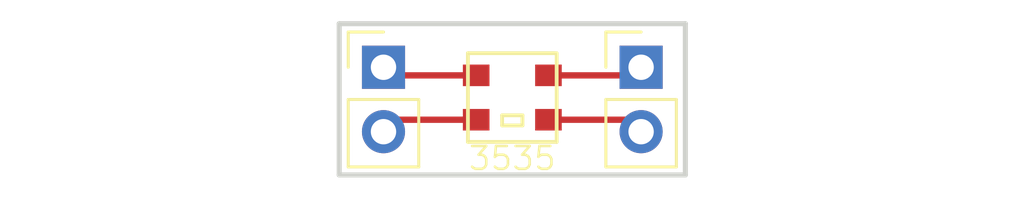
<source format=kicad_pcb>
(kicad_pcb (version 4) (host pcbnew 4.0.5-e0-6337~49~ubuntu16.04.1)

  (general
    (links 0)
    (no_connects 0)
    (area 111.799999 55.055 152.360001 64.425)
    (thickness 1.6)
    (drawings 4)
    (tracks 8)
    (zones 0)
    (modules 3)
    (nets 1)
  )

  (page A4)
  (layers
    (0 F.Cu signal)
    (31 B.Cu signal)
    (32 B.Adhes user)
    (33 F.Adhes user)
    (34 B.Paste user)
    (35 F.Paste user)
    (36 B.SilkS user)
    (37 F.SilkS user)
    (38 B.Mask user)
    (39 F.Mask user)
    (40 Dwgs.User user)
    (41 Cmts.User user)
    (42 Eco1.User user)
    (43 Eco2.User user)
    (44 Edge.Cuts user)
    (45 Margin user)
    (46 B.CrtYd user)
    (47 F.CrtYd user)
    (48 B.Fab user)
    (49 F.Fab user)
  )

  (setup
    (last_trace_width 0.25)
    (trace_clearance 0.2)
    (zone_clearance 0.508)
    (zone_45_only no)
    (trace_min 0.2)
    (segment_width 0.2)
    (edge_width 0.2)
    (via_size 0.6)
    (via_drill 0.4)
    (via_min_size 0.4)
    (via_min_drill 0.3)
    (uvia_size 0.3)
    (uvia_drill 0.1)
    (uvias_allowed no)
    (uvia_min_size 0.2)
    (uvia_min_drill 0.1)
    (pcb_text_width 0.3)
    (pcb_text_size 1.5 1.5)
    (mod_edge_width 0.15)
    (mod_text_size 1 1)
    (mod_text_width 0.15)
    (pad_size 1.7 1.7)
    (pad_drill 1)
    (pad_to_mask_clearance 0.2)
    (aux_axis_origin 0 0)
    (visible_elements FFFEFFFF)
    (pcbplotparams
      (layerselection 0x010f0_80000001)
      (usegerberextensions true)
      (excludeedgelayer true)
      (linewidth 0.100000)
      (plotframeref false)
      (viasonmask false)
      (mode 1)
      (useauxorigin false)
      (hpglpennumber 1)
      (hpglpenspeed 20)
      (hpglpendiameter 15)
      (hpglpenoverlay 2)
      (psnegative false)
      (psa4output false)
      (plotreference true)
      (plotvalue true)
      (plotinvisibletext false)
      (padsonsilk false)
      (subtractmaskfromsilk false)
      (outputformat 1)
      (mirror false)
      (drillshape 0)
      (scaleselection 1)
      (outputdirectory /home/donp/osh))
  )

  (net 0 "")

  (net_class Default "This is the default net class."
    (clearance 0.2)
    (trace_width 0.25)
    (via_dia 0.6)
    (via_drill 0.4)
    (uvia_dia 0.3)
    (uvia_drill 0.1)
  )

  (module Pin_Headers:Pin_Header_Straight_1x02_Pitch2.54mm (layer F.Cu) (tedit 58BAF7DA) (tstamp 58BB8890)
    (at 137.16 58.42)
    (descr "Through hole straight pin header, 1x02, 2.54mm pitch, single row")
    (tags "Through hole pin header THT 1x02 2.54mm single row")
    (fp_text reference "" (at 0 -2.39) (layer F.SilkS)
      (effects (font (size 1 1) (thickness 0.15)))
    )
    (fp_text value Pin_Header_Straight_1x02_Pitch2.54mm (at 0 4.93) (layer F.Fab)
      (effects (font (size 1 1) (thickness 0.15)))
    )
    (fp_line (start -1.27 -1.27) (end -1.27 3.81) (layer F.Fab) (width 0.1))
    (fp_line (start -1.27 3.81) (end 1.27 3.81) (layer F.Fab) (width 0.1))
    (fp_line (start 1.27 3.81) (end 1.27 -1.27) (layer F.Fab) (width 0.1))
    (fp_line (start 1.27 -1.27) (end -1.27 -1.27) (layer F.Fab) (width 0.1))
    (fp_line (start -1.39 1.27) (end -1.39 3.93) (layer F.SilkS) (width 0.12))
    (fp_line (start -1.39 3.93) (end 1.39 3.93) (layer F.SilkS) (width 0.12))
    (fp_line (start 1.39 3.93) (end 1.39 1.27) (layer F.SilkS) (width 0.12))
    (fp_line (start 1.39 1.27) (end -1.39 1.27) (layer F.SilkS) (width 0.12))
    (fp_line (start -1.39 0) (end -1.39 -1.39) (layer F.SilkS) (width 0.12))
    (fp_line (start -1.39 -1.39) (end 0 -1.39) (layer F.SilkS) (width 0.12))
    (fp_line (start -1.6 -1.6) (end -1.6 4.1) (layer F.CrtYd) (width 0.05))
    (fp_line (start -1.6 4.1) (end 1.6 4.1) (layer F.CrtYd) (width 0.05))
    (fp_line (start 1.6 4.1) (end 1.6 -1.6) (layer F.CrtYd) (width 0.05))
    (fp_line (start 1.6 -1.6) (end -1.6 -1.6) (layer F.CrtYd) (width 0.05))
    (pad 1 thru_hole rect (at 0 0) (size 1.7 1.7) (drill 1) (layers *.Cu *.Mask))
    (pad 2 thru_hole oval (at 0 2.54) (size 1.7 1.7) (drill 1) (layers *.Cu *.Mask))
    (model Pin_Headers.3dshapes/Pin_Header_Straight_1x02_Pitch2.54mm.wrl
      (at (xyz 0 -0.05 0))
      (scale (xyz 1 1 1))
      (rotate (xyz 0 0 90))
    )
  )

  (module ws2812:3535 (layer F.Cu) (tedit 588CDD58) (tstamp 58BB3FB9)
    (at 132.08 59.6138)
    (fp_text reference 3535 (at 0 2.4) (layer F.SilkS)
      (effects (font (size 0.9 0.9) (thickness 0.1)))
    )
    (fp_text value 3535 (at 0.05 -2.2) (layer F.Fab)
      (effects (font (size 1 1) (thickness 0.15)))
    )
    (fp_line (start -0.4 0.7) (end 0.4 0.7) (layer F.SilkS) (width 0.15))
    (fp_line (start 0.4 0.7) (end 0.4 1.1) (layer F.SilkS) (width 0.15))
    (fp_line (start 0.4 1.1) (end -0.4 1.1) (layer F.SilkS) (width 0.15))
    (fp_line (start -0.4 1.1) (end -0.4 0.7) (layer F.SilkS) (width 0.15))
    (fp_line (start 1.75 1.75) (end -1.75 1.75) (layer F.SilkS) (width 0.15))
    (fp_line (start -1.75 1.75) (end -1.75 -1.75) (layer F.SilkS) (width 0.15))
    (fp_line (start 1.75 -1.75) (end 1.75 1.75) (layer F.SilkS) (width 0.15))
    (fp_line (start -1.75 -1.75) (end 1.7 -1.75) (layer F.SilkS) (width 0.15))
    (pad IN smd rect (at 1.325 0.875) (size 1.05 0.85) (drill (offset 0.1 0)) (layers F.Cu F.Paste F.Mask))
    (pad VDD smd rect (at 1.325 -0.875) (size 1.05 0.85) (drill (offset 0.1 0)) (layers F.Cu F.Paste F.Mask))
    (pad GND smd rect (at -1.325 0.875) (size 1.05 0.85) (drill (offset -0.1 0)) (layers F.Cu F.Paste F.Mask))
    (pad OUT smd rect (at -1.325 -0.875) (size 1.05 0.85) (drill (offset -0.1 0)) (layers F.Cu F.Paste F.Mask))
  )

  (module Pin_Headers:Pin_Header_Straight_1x02_Pitch2.54mm (layer F.Cu) (tedit 58BAF7DD) (tstamp 58BB886A)
    (at 127 58.42)
    (descr "Through hole straight pin header, 1x02, 2.54mm pitch, single row")
    (tags "Through hole pin header THT 1x02 2.54mm single row")
    (fp_text reference "" (at 0 -2.39) (layer F.SilkS)
      (effects (font (size 1 1) (thickness 0.15)))
    )
    (fp_text value Pin_Header_Straight_1x02_Pitch2.54mm (at 0 4.93) (layer F.Fab)
      (effects (font (size 1 1) (thickness 0.15)))
    )
    (fp_line (start -1.27 -1.27) (end -1.27 3.81) (layer F.Fab) (width 0.1))
    (fp_line (start -1.27 3.81) (end 1.27 3.81) (layer F.Fab) (width 0.1))
    (fp_line (start 1.27 3.81) (end 1.27 -1.27) (layer F.Fab) (width 0.1))
    (fp_line (start 1.27 -1.27) (end -1.27 -1.27) (layer F.Fab) (width 0.1))
    (fp_line (start -1.39 1.27) (end -1.39 3.93) (layer F.SilkS) (width 0.12))
    (fp_line (start -1.39 3.93) (end 1.39 3.93) (layer F.SilkS) (width 0.12))
    (fp_line (start 1.39 3.93) (end 1.39 1.27) (layer F.SilkS) (width 0.12))
    (fp_line (start 1.39 1.27) (end -1.39 1.27) (layer F.SilkS) (width 0.12))
    (fp_line (start -1.39 0) (end -1.39 -1.39) (layer F.SilkS) (width 0.12))
    (fp_line (start -1.39 -1.39) (end 0 -1.39) (layer F.SilkS) (width 0.12))
    (fp_line (start -1.6 -1.6) (end -1.6 4.1) (layer F.CrtYd) (width 0.05))
    (fp_line (start -1.6 4.1) (end 1.6 4.1) (layer F.CrtYd) (width 0.05))
    (fp_line (start 1.6 4.1) (end 1.6 -1.6) (layer F.CrtYd) (width 0.05))
    (fp_line (start 1.6 -1.6) (end -1.6 -1.6) (layer F.CrtYd) (width 0.05))
    (pad 1 thru_hole rect (at 0 0) (size 1.7 1.7) (drill 1) (layers *.Cu *.Mask))
    (pad 2 thru_hole oval (at 0 2.54) (size 1.7 1.7) (drill 1) (layers *.Cu *.Mask))
    (model Pin_Headers.3dshapes/Pin_Header_Straight_1x02_Pitch2.54mm.wrl
      (at (xyz 0 -0.05 0))
      (scale (xyz 1 1 1))
      (rotate (xyz 0 0 90))
    )
  )

  (gr_line (start 138.9046 56.7018) (end 138.9046 62.6658) (angle 90) (layer Edge.Cuts) (width 0.2) (tstamp 5869BE58))
  (gr_line (start 125.254 56.7018) (end 125.254 62.6658) (angle 90) (layer Edge.Cuts) (width 0.2))
  (gr_line (start 125.254 62.6658) (end 138.9046 62.6658) (angle 90) (layer Edge.Cuts) (width 0.2) (tstamp 5869BDB4))
  (gr_line (start 125.254 56.7018) (end 138.9046 56.7018) (angle 90) (layer Edge.Cuts) (width 0.2))

  (segment (start 133.405 58.7388) (end 136.8412 58.7388) (width 0.25) (layer F.Cu) (net 0) (status C00000))
  (segment (start 136.8412 58.7388) (end 137.16 58.42) (width 0.25) (layer F.Cu) (net 0) (tstamp 58BB898D) (status C00000))
  (segment (start 133.405 60.4888) (end 136.6888 60.4888) (width 0.25) (layer F.Cu) (net 0) (status C00000))
  (segment (start 136.6888 60.4888) (end 137.16 60.96) (width 0.25) (layer F.Cu) (net 0) (tstamp 58BB898A) (status C00000))
  (segment (start 130.755 60.4888) (end 127.4712 60.4888) (width 0.25) (layer F.Cu) (net 0) (status C00000))
  (segment (start 127.4712 60.4888) (end 127 60.96) (width 0.25) (layer F.Cu) (net 0) (tstamp 58BB8987) (status C00000))
  (segment (start 130.755 58.7388) (end 127.3188 58.7388) (width 0.25) (layer F.Cu) (net 0) (status C00000))
  (segment (start 127.3188 58.7388) (end 127 58.42) (width 0.25) (layer F.Cu) (net 0) (tstamp 58BB8984) (status C00000))

)

</source>
